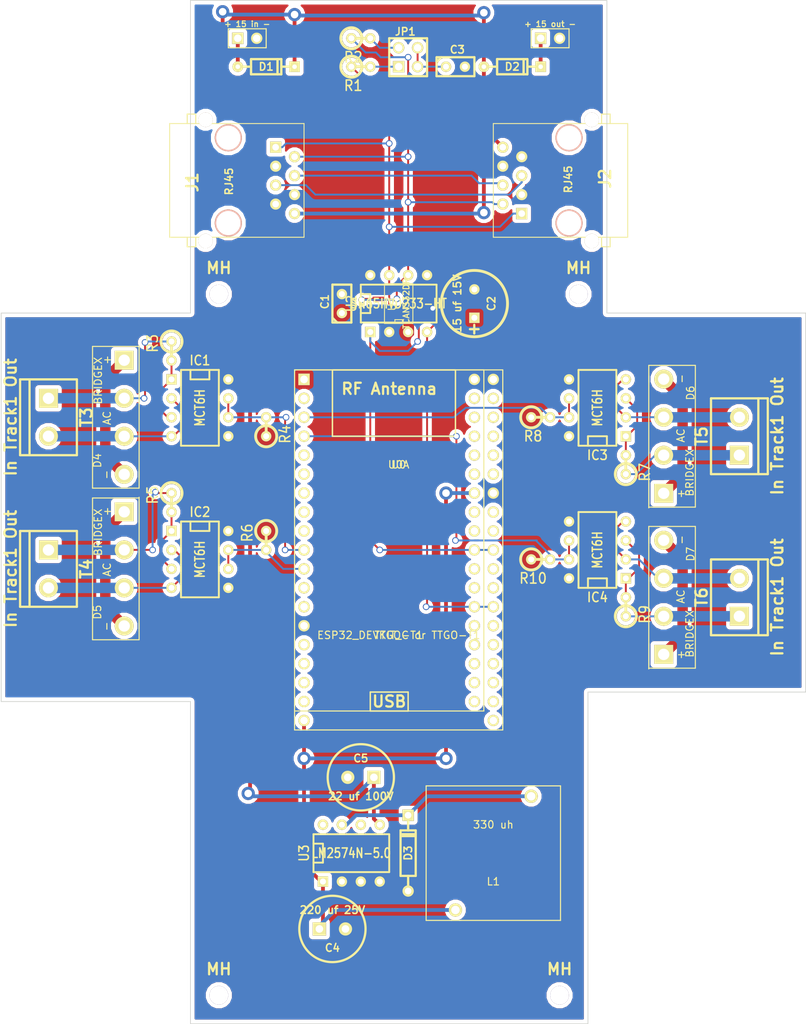
<source format=kicad_pcb>
(kicad_pcb (version 3) (host pcbnew "(22-Jun-2014 BZR 4027)-stable")
  (layers (15 F.Cu signal) (0 B.Cu signal) (18 B.Paste user) (19 F.Paste user) (20 B.SilkS user) (21 F.SilkS user) (22 B.Mask user) (23 F.Mask user) (28 Edge.Cuts user))
  (net 0 "")
  (net 1 +12V)
  (net 2 +5V)
  (net 3 "/CAN Transceiver/CANH")
  (net 4 "/CAN Transceiver/CANL")
  (net 5 "/CAN Transceiver/CAN_RX")
  (net 6 "/CAN Transceiver/CAN_TX")
  (net 7 "/Occupancy Detector 1/OD1")
  (net 8 "/Occupancy Detector 2/OD2")
  (net 9 "/Occupancy Detector 3/OD3")
  (net 10 "/Occupancy Detector 4/OD4")
  (net 11 3V3)
  (net 12 GND)
  (net 13 N-0000038)
  (net 14 N-0000039)
  (net 15 N-0000040)
  (net 16 N-0000041)
  (net 17 N-0000042)
  (net 18 N-0000043)
  (net 19 N-0000045)
  (net 20 N-0000046)
  (net 21 N-0000051)
  (net 22 N-0000052)
  (net 23 N-0000053)
  (net 24 N-0000056)
  (net 25 N-0000057)
  (net 26 N-0000058)
  (net 27 N-0000059)
  (net 28 N-0000060)
  (net 29 N-0000061)
  (net 30 N-0000062)
  (net 31 N-0000063)
  (net 32 N-0000064)
  (net 33 N-0000065)
  (net 34 N-0000066)
  (net 35 N-0000067)
  (net 36 N-0000068)
  (module ESP32-Devkit-C (layer F.Cu) (at 137.16 90.17)
    (fp_text reference U0 (at 0 -11.43) (layer F.SilkS))
    (fp_text value "ESP32_DEVKIT_C or TTGO-T1" (at 0 11.43) (layer F.SilkS))
    (pad 1 thru_hole rect (at -12.7 -22.86) (size 1.524 1.524) (drill 1.016) (layers *.Cu *.Mask F.SilkS) (net 11 3V3))
    (pad 2 thru_hole circle (at -12.7 -20.32) (size 1.524 1.524) (drill 1.016) (layers *.Cu *.Mask F.SilkS))
    (pad 3 thru_hole circle (at -12.7 -17.78) (size 1.524 1.524) (drill 1.016) (layers *.Cu *.Mask F.SilkS) (net 9 "/Occupancy Detector 3/OD3"))
    (pad 4 thru_hole circle (at -12.7 -15.24) (size 1.524 1.524) (drill 1.016) (layers *.Cu *.Mask F.SilkS) (net 10 "/Occupancy Detector 4/OD4"))
    (pad 5 thru_hole circle (at -12.7 -12.7) (size 1.524 1.524) (drill 1.016) (layers *.Cu *.Mask F.SilkS))
    (pad 6 thru_hole circle (at -12.7 -10.16) (size 1.524 1.524) (drill 1.016) (layers *.Cu *.Mask F.SilkS))
    (pad 7 thru_hole circle (at -12.7 -7.62) (size 1.524 1.524) (drill 1.016) (layers *.Cu *.Mask F.SilkS))
    (pad 8 thru_hole circle (at -12.7 -5.08) (size 1.524 1.524) (drill 1.016) (layers *.Cu *.Mask F.SilkS))
    (pad 9 thru_hole circle (at -12.7 -2.54) (size 1.524 1.524) (drill 1.016) (layers *.Cu *.Mask F.SilkS))
    (pad 10 thru_hole circle (at -12.7 0) (size 1.524 1.524) (drill 1.016) (layers *.Cu *.Mask F.SilkS) (net 7 "/Occupancy Detector 1/OD1"))
    (pad 11 thru_hole circle (at -12.7 2.54) (size 1.524 1.524) (drill 1.016) (layers *.Cu *.Mask F.SilkS) (net 8 "/Occupancy Detector 2/OD2"))
    (pad 12 thru_hole circle (at -12.7 5.08) (size 1.524 1.524) (drill 1.016) (layers *.Cu *.Mask F.SilkS))
    (pad 13 thru_hole circle (at -12.7 7.62) (size 1.524 1.524) (drill 1.016) (layers *.Cu *.Mask F.SilkS))
    (pad 14 thru_hole circle (at -12.7 10.16) (size 1.524 1.524) (drill 1.016) (layers *.Cu *.Mask F.SilkS) (net 12 GND))
    (pad 15 thru_hole circle (at -12.7 12.7) (size 1.524 1.524) (drill 1.016) (layers *.Cu *.Mask F.SilkS))
    (pad 16 thru_hole circle (at -12.7 15.24) (size 1.524 1.524) (drill 1.016) (layers *.Cu *.Mask F.SilkS))
    (pad 17 thru_hole circle (at -12.7 17.78) (size 1.524 1.524) (drill 1.016) (layers *.Cu *.Mask F.SilkS))
    (pad 18 thru_hole circle (at -12.7 20.32) (size 1.524 1.524) (drill 1.016) (layers *.Cu *.Mask F.SilkS))
    (pad 19 thru_hole circle (at -12.7 22.86) (size 1.524 1.524) (drill 1.016) (layers *.Cu *.Mask F.SilkS) (net 2 +5V))
    (pad 20 thru_hole circle (at 12.7 22.86) (size 1.524 1.524) (drill 1.016) (layers *.Cu *.Mask F.SilkS))
    (pad 21 thru_hole circle (at 12.7 20.32) (size 1.524 1.524) (drill 1.016) (layers *.Cu *.Mask F.SilkS))
    (pad 22 thru_hole circle (at 12.7 17.78) (size 1.524 1.524) (drill 1.016) (layers *.Cu *.Mask F.SilkS))
    (pad 23 thru_hole circle (at 12.7 15.24) (size 1.524 1.524) (drill 1.016) (layers *.Cu *.Mask F.SilkS))
    (pad 24 thru_hole circle (at 12.7 12.7) (size 1.524 1.524) (drill 1.016) (layers *.Cu *.Mask F.SilkS))
    (pad 25 thru_hole circle (at 12.7 10.16) (size 1.524 1.524) (drill 1.016) (layers *.Cu *.Mask F.SilkS))
    (pad 26 thru_hole circle (at 12.7 7.62) (size 1.524 1.524) (drill 1.016) (layers *.Cu *.Mask F.SilkS) (net 5 "/CAN Transceiver/CAN_RX"))
    (pad 27 thru_hole circle (at 12.7 5.08) (size 1.524 1.524) (drill 1.016) (layers *.Cu *.Mask F.SilkS))
    (pad 28 thru_hole circle (at 12.7 2.54) (size 1.524 1.524) (drill 1.016) (layers *.Cu *.Mask F.SilkS))
    (pad 29 thru_hole circle (at 12.7 0) (size 1.524 1.524) (drill 1.016) (layers *.Cu *.Mask F.SilkS) (net 6 "/CAN Transceiver/CAN_TX"))
    (pad 30 thru_hole circle (at 12.7 -2.54) (size 1.524 1.524) (drill 1.016) (layers *.Cu *.Mask F.SilkS))
    (pad 31 thru_hole circle (at 12.7 -5.08) (size 1.524 1.524) (drill 1.016) (layers *.Cu *.Mask F.SilkS))
    (pad 32 thru_hole circle (at 12.7 -7.62) (size 1.524 1.524) (drill 1.016) (layers *.Cu *.Mask F.SilkS) (net 12 GND))
    (pad 33 thru_hole circle (at 12.7 -10.16) (size 1.524 1.524) (drill 1.016) (layers *.Cu *.Mask F.SilkS))
    (pad 34 thru_hole circle (at 12.7 -12.7) (size 1.524 1.524) (drill 1.016) (layers *.Cu *.Mask F.SilkS))
    (pad 35 thru_hole circle (at 12.7 -15.24) (size 1.524 1.524) (drill 1.016) (layers *.Cu *.Mask F.SilkS))
    (pad 36 thru_hole circle (at 12.7 -17.78) (size 1.524 1.524) (drill 1.016) (layers *.Cu *.Mask F.SilkS))
    (pad 37 thru_hole circle (at 12.7 -20.32) (size 1.524 1.524) (drill 1.016) (layers *.Cu *.Mask F.SilkS))
    (pad 38 thru_hole circle (at 12.7 -22.86) (size 1.524 1.524) (drill 1.016) (layers *.Cu *.Mask F.SilkS) (net 12 GND))
  )
  (module SOIC-8_N (layer F.Cu) (at 137.16 57.15 90)
    (fp_text reference U1 (at 0 -0.889 90) (layer F.SilkS))
    (fp_text value TCAN332DR (at 0 1.016 90) (layer F.SilkS) (effects (font (size 0.8 0.8))))
    (pad 8 smd rect (at -1.875 -2.7 90) (size 0.6 1.6) (layers F.Cu F.Paste F.Mask))
    (pad 1 smd rect (at -1.875 2.7 90) (size 0.6 1.6) (layers F.Cu F.Paste F.Mask) (net 6 "/CAN Transceiver/CAN_TX"))
    (pad 7 smd rect (at -0.625 -2.7 90) (size 0.6 1.6) (layers F.Cu F.Paste F.Mask) (net 3 "/CAN Transceiver/CANH"))
    (pad 6 smd rect (at 0.625 -2.7 90) (size 0.6 1.6) (layers F.Cu F.Paste F.Mask) (net 4 "/CAN Transceiver/CANL"))
    (pad 5 smd rect (at 1.875 -2.7 90) (size 0.6 1.6) (layers F.Cu F.Paste F.Mask))
    (pad 2 smd rect (at -0.625 2.7 90) (size 0.6 1.6) (layers F.Cu F.Paste F.Mask) (net 12 GND))
    (pad 3 smd rect (at 0.625 2.7 90) (size 0.6 1.6) (layers F.Cu F.Paste F.Mask) (net 11 3V3))
    (pad 4 smd rect (at 1.875 2.7 90) (size 0.6 1.6) (layers F.Cu F.Paste F.Mask) (net 5 "/CAN Transceiver/CAN_RX"))
  )
  (module ScrewTerm2.54-2 (layer F.Cu) (at 116.84 21.59)
    (fp_text reference T1 hide)
    (fp_text value "+ 15 in -" (at 0 -1.905) (layer F.SilkS) (effects (font (size 0.762 0.762) (thickness 0.1524))))
    (pad 1 thru_hole rect (at -1.27 0 90) (size 1.524 1.524) (drill 1.016) (layers *.Cu *.Mask F.SilkS) (net 20 N-0000046))
    (pad 2 thru_hole circle (at 1.27 0 90) (size 1.524 1.524) (drill 1.016) (layers *.Cu *.Mask F.SilkS) (net 12 GND))
  )
  (module ScrewTerm2.54-2 (layer F.Cu) (at 157.48 21.59)
    (fp_text reference T2 hide)
    (fp_text value "+ 15 out -" (at 0 -1.905) (layer F.SilkS) (effects (font (size 0.762 0.762) (thickness 0.1524))))
    (pad 1 thru_hole rect (at -1.27 0 90) (size 1.524 1.524) (drill 1.016) (layers *.Cu *.Mask F.SilkS) (net 18 N-0000043))
    (pad 2 thru_hole circle (at 1.27 0 90) (size 1.524 1.524) (drill 1.016) (layers *.Cu *.Mask F.SilkS) (net 12 GND))
  )
  (module RJ45_8N-S (layer F.Cu) (at 114.3 40.64 270)
    (fp_text reference J1 (at 0.254 4.826 270) (layer F.SilkS) (effects (font (size 1.524 1.524) (thickness 0.3048))))
    (fp_text value RJ45 (at 0.14224 -0.1016 270) (layer F.SilkS) (effects (font (size 1.00076 1.00076) (thickness 0.2032))))
    (pad "" np_thru_hole circle (at 5.715 0 270) (size 3.64998 3.64998) (drill 3.2512) (layers *.Cu *.SilkS *.Mask))
    (pad "" np_thru_hole circle (at -5.715 0 270) (size 3.64998 3.64998) (drill 3.2512) (layers *.Cu *.SilkS *.Mask))
    (pad 1 thru_hole rect (at -4.445 -6.35 270) (size 1.50114 1.50114) (drill 0.89916) (layers *.Cu *.Mask F.SilkS) (net 3 "/CAN Transceiver/CANH"))
    (pad 2 thru_hole circle (at -3.175 -8.89 270) (size 1.50114 1.50114) (drill 0.89916) (layers *.Cu *.Mask F.SilkS) (net 4 "/CAN Transceiver/CANL"))
    (pad 3 thru_hole circle (at -1.905 -6.35 270) (size 1.50114 1.50114) (drill 0.89916) (layers *.Cu *.Mask F.SilkS) (net 12 GND))
    (pad 4 thru_hole circle (at -0.635 -8.89 270) (size 1.50114 1.50114) (drill 0.89916) (layers *.Cu *.Mask F.SilkS) (net 19 N-0000045))
    (pad 5 thru_hole circle (at 0.635 -6.35 270) (size 1.50114 1.50114) (drill 0.89916) (layers *.Cu *.Mask F.SilkS) (net 17 N-0000042))
    (pad 6 thru_hole circle (at 1.905 -8.89 270) (size 1.50114 1.50114) (drill 0.89916) (layers *.Cu *.Mask F.SilkS) (net 12 GND))
    (pad 7 thru_hole circle (at 3.175 -6.35 270) (size 1.50114 1.50114) (drill 0.89916) (layers *.Cu *.Mask F.SilkS) (net 12 GND))
    (pad 8 thru_hole circle (at 4.445 -8.89 270) (size 1.50114 1.50114) (drill 0.89916) (layers *.Cu *.Mask F.SilkS) (net 1 +12V))
    (pad "" thru_hole circle (at -8.128 3.048 270) (size 1.9304 1.9304) (drill 1.9304) (layers *.Cu *.Mask F.SilkS))
    (pad "" thru_hole circle (at 8.128 3.048 270) (size 1.9304 1.9304) (drill 1.9304) (layers *.Cu *.Mask F.SilkS))
  )
  (module RJ45_8N-S (layer F.Cu) (at 160.02 40.64 90)
    (fp_text reference J2 (at 0.254 4.826 90) (layer F.SilkS) (effects (font (size 1.524 1.524) (thickness 0.3048))))
    (fp_text value RJ45 (at 0.14224 -0.1016 90) (layer F.SilkS) (effects (font (size 1.00076 1.00076) (thickness 0.2032))))
    (pad "" np_thru_hole circle (at 5.715 0 90) (size 3.64998 3.64998) (drill 3.2512) (layers *.Cu *.SilkS *.Mask))
    (pad "" np_thru_hole circle (at -5.715 0 90) (size 3.64998 3.64998) (drill 3.2512) (layers *.Cu *.SilkS *.Mask))
    (pad 1 thru_hole rect (at -4.445 -6.35 90) (size 1.50114 1.50114) (drill 0.89916) (layers *.Cu *.Mask F.SilkS) (net 3 "/CAN Transceiver/CANH"))
    (pad 2 thru_hole circle (at -3.175 -8.89 90) (size 1.50114 1.50114) (drill 0.89916) (layers *.Cu *.Mask F.SilkS) (net 4 "/CAN Transceiver/CANL"))
    (pad 3 thru_hole circle (at -1.905 -6.35 90) (size 1.50114 1.50114) (drill 0.89916) (layers *.Cu *.Mask F.SilkS) (net 12 GND))
    (pad 4 thru_hole circle (at -0.635 -8.89 90) (size 1.50114 1.50114) (drill 0.89916) (layers *.Cu *.Mask F.SilkS) (net 19 N-0000045))
    (pad 5 thru_hole circle (at 0.635 -6.35 90) (size 1.50114 1.50114) (drill 0.89916) (layers *.Cu *.Mask F.SilkS) (net 17 N-0000042))
    (pad 6 thru_hole circle (at 1.905 -8.89 90) (size 1.50114 1.50114) (drill 0.89916) (layers *.Cu *.Mask F.SilkS) (net 12 GND))
    (pad 7 thru_hole circle (at 3.175 -6.35 90) (size 1.50114 1.50114) (drill 0.89916) (layers *.Cu *.Mask F.SilkS) (net 12 GND))
    (pad 8 thru_hole circle (at 4.445 -8.89 90) (size 1.50114 1.50114) (drill 0.89916) (layers *.Cu *.Mask F.SilkS) (net 1 +12V))
    (pad "" thru_hole circle (at -8.128 3.048 90) (size 1.9304 1.9304) (drill 1.9304) (layers *.Cu *.Mask F.SilkS))
    (pad "" thru_hole circle (at 8.128 3.048 90) (size 1.9304 1.9304) (drill 1.9304) (layers *.Cu *.Mask F.SilkS))
  )
  (module R1 (layer F.Cu) (at 132.08 21.59)
    (fp_text reference R2 (at -1.016 2.54) (layer F.SilkS) (effects (font (size 1.397 1.27) (thickness 0.2032))))
    (fp_text value "60 Ohms" hide)
    (pad 1 thru_hole circle (at -1.27 0) (size 1.397 1.397) (drill 0.8128) (layers *.Cu *.Mask F.SilkS) (net 4 "/CAN Transceiver/CANL"))
    (pad 2 thru_hole circle (at 1.27 0) (size 1.397 1.397) (drill 0.8128) (layers *.Cu *.Mask F.SilkS) (net 23 N-0000053))
  )
  (module R1 (layer F.Cu) (at 132.08 25.4)
    (fp_text reference R1 (at -1.016 2.54) (layer F.SilkS) (effects (font (size 1.397 1.27) (thickness 0.2032))))
    (fp_text value "60 Ohms" hide)
    (pad 1 thru_hole circle (at -1.27 0) (size 1.397 1.397) (drill 0.8128) (layers *.Cu *.Mask F.SilkS) (net 3 "/CAN Transceiver/CANH"))
    (pad 2 thru_hole circle (at 1.27 0) (size 1.397 1.397) (drill 0.8128) (layers *.Cu *.Mask F.SilkS) (net 21 N-0000051))
  )
  (module PIN_ARRAY_2X2 (layer F.Cu) (at 138.43 24.13)
    (fp_text reference JP1 (at -0.381 -3.429) (layer F.SilkS) (effects (font (size 1.016 1.016) (thickness 0.2032))))
    (fp_text value Termination hide)
    (pad 1 thru_hole rect (at -1.27 1.27) (size 1.524 1.524) (drill 1.016) (layers *.Cu *.Mask F.SilkS) (net 21 N-0000051))
    (pad 2 thru_hole circle (at -1.27 -1.27) (size 1.524 1.524) (drill 1.016) (layers *.Cu *.Mask F.SilkS) (net 23 N-0000053))
    (pad 3 thru_hole circle (at 1.27 1.27) (size 1.524 1.524) (drill 1.016) (layers *.Cu *.Mask F.SilkS) (net 22 N-0000052))
    (pad 4 thru_hole circle (at 1.27 -1.27) (size 1.524 1.524) (drill 1.016) (layers *.Cu *.Mask F.SilkS) (net 22 N-0000052))
  )
  (module PE-LowProfile (layer F.Cu) (at 149.86 130.81 180)
    (fp_text reference L1 (at 0 -3.81 180) (layer F.SilkS))
    (fp_text value "330 uh" (at 0 3.81 180) (layer F.SilkS))
    (pad 1 thru_hole circle (at 5.08 -7.62 180) (size 1.78 1.78) (drill 1.14) (layers *.Cu *.Mask F.SilkS) (net 2 +5V))
    (pad 2 thru_hole circle (at -5.08 7.62 180) (size 1.78 1.78) (drill 1.14) (layers *.Cu *.Mask F.SilkS) (net 24 N-0000056))
  )
  (module DO-41 (layer F.Cu) (at 138.43 130.81 90)
    (fp_text reference D3 (at 0 0 90) (layer F.SilkS) (effects (font (size 1.016 1.016) (thickness 0.2032))))
    (fp_text value SB160-E3/54 hide)
    (pad 2 thru_hole rect (at 5.08 0 90) (size 1.524 1.524) (drill 0.889) (layers *.Cu *.Mask F.SilkS) (net 24 N-0000056))
    (pad 1 thru_hole circle (at -5.08 0 90) (size 1.524 1.524) (drill 0.889) (layers *.Cu *.Mask F.SilkS) (net 12 GND))
  )
  (module DO-35 (layer F.Cu) (at 152.4 25.4)
    (fp_text reference D2 (at 0 0) (layer F.SilkS) (effects (font (size 1.016 1.016) (thickness 0.2032))))
    (fp_text value SB240E hide)
    (pad 2 thru_hole rect (at 3.81 0) (size 1.4224 1.4224) (drill 0.6096) (layers *.Cu *.Mask F.SilkS) (net 18 N-0000043))
    (pad 1 thru_hole circle (at -3.81 0) (size 1.4224 1.4224) (drill 0.6096) (layers *.Cu *.Mask F.SilkS) (net 1 +12V))
  )
  (module DO-35 (layer F.Cu) (at 119.38 25.4)
    (fp_text reference D1 (at 0 0) (layer F.SilkS) (effects (font (size 1.016 1.016) (thickness 0.2032))))
    (fp_text value SB240E hide)
    (pad 2 thru_hole rect (at 3.81 0) (size 1.4224 1.4224) (drill 0.6096) (layers *.Cu *.Mask F.SilkS) (net 1 +12V))
    (pad 1 thru_hole circle (at -3.81 0) (size 1.4224 1.4224) (drill 0.6096) (layers *.Cu *.Mask F.SilkS) (net 20 N-0000046))
  )
  (module DIP-8__300 (layer F.Cu) (at 137.16 57.15)
    (fp_text reference U2 (at -6.35 0 90) (layer F.SilkS) (effects (font (size 1.27 1.143) (thickness 0.2032))))
    (fp_text value SN65HVD233-HT (at 0 0) (layer F.SilkS) (effects (font (size 1.27 1.016) (thickness 0.2032))))
    (pad 1 thru_hole rect (at -3.81 3.81) (size 1.397 1.397) (drill 0.8128) (layers *.Cu *.Mask F.SilkS) (net 6 "/CAN Transceiver/CAN_TX"))
    (pad 2 thru_hole circle (at -1.27 3.81) (size 1.397 1.397) (drill 0.8128) (layers *.Cu *.Mask F.SilkS) (net 12 GND))
    (pad 3 thru_hole circle (at 1.27 3.81) (size 1.397 1.397) (drill 0.8128) (layers *.Cu *.Mask F.SilkS) (net 11 3V3))
    (pad 4 thru_hole circle (at 3.81 3.81) (size 1.397 1.397) (drill 0.8128) (layers *.Cu *.Mask F.SilkS) (net 5 "/CAN Transceiver/CAN_RX"))
    (pad 5 thru_hole circle (at 3.81 -3.81) (size 1.397 1.397) (drill 0.8128) (layers *.Cu *.Mask F.SilkS) (net 12 GND))
    (pad 6 thru_hole circle (at 1.27 -3.81) (size 1.397 1.397) (drill 0.8128) (layers *.Cu *.Mask F.SilkS) (net 4 "/CAN Transceiver/CANL"))
    (pad 7 thru_hole circle (at -1.27 -3.81) (size 1.397 1.397) (drill 0.8128) (layers *.Cu *.Mask F.SilkS) (net 3 "/CAN Transceiver/CANH"))
    (pad 8 thru_hole circle (at -3.81 -3.81) (size 1.397 1.397) (drill 0.8128) (layers *.Cu *.Mask F.SilkS) (net 12 GND))
  )
  (module DIP-8__300 (layer F.Cu) (at 130.81 130.81)
    (fp_text reference U3 (at -6.35 0 90) (layer F.SilkS) (effects (font (size 1.27 1.143) (thickness 0.2032))))
    (fp_text value LM2574N-5.0 (at 0 0) (layer F.SilkS) (effects (font (size 1.27 1.016) (thickness 0.2032))))
    (pad 1 thru_hole rect (at -3.81 3.81) (size 1.397 1.397) (drill 0.8128) (layers *.Cu *.Mask F.SilkS) (net 2 +5V))
    (pad 2 thru_hole circle (at -1.27 3.81) (size 1.397 1.397) (drill 0.8128) (layers *.Cu *.Mask F.SilkS) (net 12 GND))
    (pad 3 thru_hole circle (at 1.27 3.81) (size 1.397 1.397) (drill 0.8128) (layers *.Cu *.Mask F.SilkS) (net 12 GND))
    (pad 4 thru_hole circle (at 3.81 3.81) (size 1.397 1.397) (drill 0.8128) (layers *.Cu *.Mask F.SilkS) (net 12 GND))
    (pad 5 thru_hole circle (at 3.81 -3.81) (size 1.397 1.397) (drill 0.8128) (layers *.Cu *.Mask F.SilkS) (net 1 +12V))
    (pad 6 thru_hole circle (at 1.27 -3.81) (size 1.397 1.397) (drill 0.8128) (layers *.Cu *.Mask F.SilkS))
    (pad 7 thru_hole circle (at -1.27 -3.81) (size 1.397 1.397) (drill 0.8128) (layers *.Cu *.Mask F.SilkS) (net 24 N-0000056))
    (pad 8 thru_hole circle (at -3.81 -3.81) (size 1.397 1.397) (drill 0.8128) (layers *.Cu *.Mask F.SilkS))
  )
  (module C1.5V8V (layer F.Cu) (at 147.32 57.15 90)
    (fp_text reference C2 (at 0 2.286 90) (layer F.SilkS) (effects (font (size 1.016 1.016) (thickness 0.2032))))
    (fp_text value "15 uf 15V" (at 0 -2.286 90) (layer F.SilkS) (effects (font (size 1.016 1.016) (thickness 0.2032))))
    (fp_text user + (at -3.429 -0.127 90) (layer F.SilkS) (effects (font (size 1.524 1.524) (thickness 0.3048))))
    (pad 1 thru_hole rect (at -1.905 0 90) (size 1.397 1.397) (drill 0.8128) (layers *.Cu *.Mask F.SilkS) (net 11 3V3))
    (pad 2 thru_hole circle (at 1.905 0 90) (size 1.397 1.397) (drill 0.8128) (layers *.Cu *.Mask F.SilkS) (net 12 GND))
  )
  (module C1-3V8 (layer F.Cu) (at 132.08 120.65 180)
    (fp_text reference C5 (at 0 2.54 180) (layer F.SilkS) (effects (font (size 1.016 1.016) (thickness 0.2032))))
    (fp_text value "22 uf 100V" (at 0 -2.54 180) (layer F.SilkS) (effects (font (size 1.016 1.016) (thickness 0.2032))))
    (pad 1 thru_hole rect (at -1.75 0 180) (size 1.778 1.778) (drill 1.016) (layers *.Cu *.Mask F.SilkS) (net 1 +12V))
    (pad 2 thru_hole circle (at 1.75 0 180) (size 1.778 1.778) (drill 1.016) (layers *.Cu *.Mask F.SilkS) (net 12 GND))
  )
  (module C1-3V8 (layer F.Cu) (at 128.27 140.97)
    (fp_text reference C4 (at 0 2.54) (layer F.SilkS) (effects (font (size 1.016 1.016) (thickness 0.2032))))
    (fp_text value "220 uf 25V" (at 0 -2.54) (layer F.SilkS) (effects (font (size 1.016 1.016) (thickness 0.2032))))
    (pad 1 thru_hole rect (at -1.75 0) (size 1.778 1.778) (drill 1.016) (layers *.Cu *.Mask F.SilkS) (net 2 +5V))
    (pad 2 thru_hole circle (at 1.75 0) (size 1.778 1.778) (drill 1.016) (layers *.Cu *.Mask F.SilkS) (net 12 GND))
  )
  (module C1 (layer F.Cu) (at 144.78 25.4)
    (fp_text reference C3 (at 0.254 -2.286) (layer F.SilkS) (effects (font (size 1.016 1.016) (thickness 0.2032))))
    (fp_text value "47 nf" hide)
    (pad 1 thru_hole circle (at -1.27 0) (size 1.397 1.397) (drill 0.8128) (layers *.Cu *.Mask F.SilkS) (net 22 N-0000052))
    (pad 2 thru_hole circle (at 1.27 0) (size 1.397 1.397) (drill 0.8128) (layers *.Cu *.Mask F.SilkS) (net 12 GND))
  )
  (module C1 (layer F.Cu) (at 129.54 57.15 90)
    (fp_text reference C1 (at 0.254 -2.286 90) (layer F.SilkS) (effects (font (size 1.016 1.016) (thickness 0.2032))))
    (fp_text value ".1 uf" hide)
    (pad 1 thru_hole circle (at -1.27 0 90) (size 1.397 1.397) (drill 0.8128) (layers *.Cu *.Mask F.SilkS) (net 11 3V3))
    (pad 2 thru_hole circle (at 1.27 0 90) (size 1.397 1.397) (drill 0.8128) (layers *.Cu *.Mask F.SilkS) (net 12 GND))
  )
  (module R1 (layer F.Cu) (at 106.68 63.5 270)
    (fp_text reference R3 (at -1.016 2.54 270) (layer F.SilkS) (effects (font (size 1.397 1.27) (thickness 0.2032))))
    (fp_text value "10 Ohms" hide)
    (pad 1 thru_hole circle (at -1.27 0 270) (size 1.397 1.397) (drill 0.8128) (layers *.Cu *.Mask F.SilkS) (net 13 N-0000038))
    (pad 2 thru_hole circle (at 1.27 0 270) (size 1.397 1.397) (drill 0.8128) (layers *.Cu *.Mask F.SilkS) (net 16 N-0000041))
  )
  (module R1 (layer F.Cu) (at 156.21 91.44)
    (fp_text reference R10 (at -1.016 2.54) (layer F.SilkS) (effects (font (size 1.397 1.27) (thickness 0.2032))))
    (fp_text value "10K Ohms" hide)
    (pad 1 thru_hole circle (at -1.27 0) (size 1.397 1.397) (drill 0.8128) (layers *.Cu *.Mask F.SilkS) (net 11 3V3))
    (pad 2 thru_hole circle (at 1.27 0) (size 1.397 1.397) (drill 0.8128) (layers *.Cu *.Mask F.SilkS) (net 10 "/Occupancy Detector 4/OD4"))
  )
  (module R1 (layer F.Cu) (at 119.38 73.66 90)
    (fp_text reference R4 (at -1.016 2.54 90) (layer F.SilkS) (effects (font (size 1.397 1.27) (thickness 0.2032))))
    (fp_text value "10K Ohms" hide)
    (pad 1 thru_hole circle (at -1.27 0 90) (size 1.397 1.397) (drill 0.8128) (layers *.Cu *.Mask F.SilkS) (net 11 3V3))
    (pad 2 thru_hole circle (at 1.27 0 90) (size 1.397 1.397) (drill 0.8128) (layers *.Cu *.Mask F.SilkS) (net 7 "/Occupancy Detector 1/OD1"))
  )
  (module R1 (layer F.Cu) (at 167.64 97.79 90)
    (fp_text reference R9 (at -1.016 2.54 90) (layer F.SilkS) (effects (font (size 1.397 1.27) (thickness 0.2032))))
    (fp_text value "10 Ohms" hide)
    (pad 1 thru_hole circle (at -1.27 0 90) (size 1.397 1.397) (drill 0.8128) (layers *.Cu *.Mask F.SilkS) (net 25 N-0000057))
    (pad 2 thru_hole circle (at 1.27 0 90) (size 1.397 1.397) (drill 0.8128) (layers *.Cu *.Mask F.SilkS) (net 27 N-0000059))
  )
  (module R1 (layer F.Cu) (at 106.68 83.82 270)
    (fp_text reference R5 (at -1.016 2.54 270) (layer F.SilkS) (effects (font (size 1.397 1.27) (thickness 0.2032))))
    (fp_text value "10 Ohms" hide)
    (pad 1 thru_hole circle (at -1.27 0 270) (size 1.397 1.397) (drill 0.8128) (layers *.Cu *.Mask F.SilkS) (net 33 N-0000065))
    (pad 2 thru_hole circle (at 1.27 0 270) (size 1.397 1.397) (drill 0.8128) (layers *.Cu *.Mask F.SilkS) (net 35 N-0000067))
  )
  (module R1 (layer F.Cu) (at 156.21 72.39)
    (fp_text reference R8 (at -1.016 2.54) (layer F.SilkS) (effects (font (size 1.397 1.27) (thickness 0.2032))))
    (fp_text value "10K Ohms" hide)
    (pad 1 thru_hole circle (at -1.27 0) (size 1.397 1.397) (drill 0.8128) (layers *.Cu *.Mask F.SilkS) (net 11 3V3))
    (pad 2 thru_hole circle (at 1.27 0) (size 1.397 1.397) (drill 0.8128) (layers *.Cu *.Mask F.SilkS) (net 9 "/Occupancy Detector 3/OD3"))
  )
  (module R1 (layer F.Cu) (at 119.38 88.9 270)
    (fp_text reference R6 (at -1.016 2.54 270) (layer F.SilkS) (effects (font (size 1.397 1.27) (thickness 0.2032))))
    (fp_text value "10K Ohms" hide)
    (pad 1 thru_hole circle (at -1.27 0 270) (size 1.397 1.397) (drill 0.8128) (layers *.Cu *.Mask F.SilkS) (net 11 3V3))
    (pad 2 thru_hole circle (at 1.27 0 270) (size 1.397 1.397) (drill 0.8128) (layers *.Cu *.Mask F.SilkS) (net 8 "/Occupancy Detector 2/OD2"))
  )
  (module R1 (layer F.Cu) (at 167.64 78.74 90)
    (fp_text reference R7 (at -1.016 2.54 90) (layer F.SilkS) (effects (font (size 1.397 1.27) (thickness 0.2032))))
    (fp_text value "10 Ohms" hide)
    (pad 1 thru_hole circle (at -1.27 0 90) (size 1.397 1.397) (drill 0.8128) (layers *.Cu *.Mask F.SilkS) (net 31 N-0000063))
    (pad 2 thru_hole circle (at 1.27 0 90) (size 1.397 1.397) (drill 0.8128) (layers *.Cu *.Mask F.SilkS) (net 30 N-0000062))
  )
  (module KBL (layer F.Cu) (at 172.72 96.52 90)
    (fp_text reference D7 (at 5.8 3.6 90) (layer F.SilkS))
    (fp_text value BRIDGEX (at -4.9 3.5 90) (layer F.SilkS))
    (fp_text user AC (at 0.1 2.3 90) (layer F.SilkS))
    (fp_text user - (at 7.7 2.4 90) (layer F.SilkS))
    (fp_text user + (at -7.7 2.3 90) (layer F.SilkS))
    (pad 1 thru_hole rect (at -7.65 0 90) (size 2.54 2.54) (drill 1.524) (layers *.Cu *.Mask F.SilkS) (net 26 N-0000058))
    (pad 2 thru_hole circle (at -2.55 0 90) (size 2.54 2.54) (drill 1.524) (layers *.Cu *.Mask F.SilkS) (net 25 N-0000057))
    (pad 3 thru_hole circle (at 2.55 0 90) (size 2.54 2.54) (drill 1.524) (layers *.Cu *.Mask F.SilkS) (net 28 N-0000060))
    (pad 4 thru_hole circle (at 7.65 0 90) (size 2.54 2.54) (drill 1.524) (layers *.Cu *.Mask F.SilkS) (net 26 N-0000058))
  )
  (module KBL (layer F.Cu) (at 172.72 74.93 90)
    (fp_text reference D6 (at 5.8 3.6 90) (layer F.SilkS))
    (fp_text value BRIDGEX (at -4.9 3.5 90) (layer F.SilkS))
    (fp_text user AC (at 0.1 2.3 90) (layer F.SilkS))
    (fp_text user - (at 7.7 2.4 90) (layer F.SilkS))
    (fp_text user + (at -7.7 2.3 90) (layer F.SilkS))
    (pad 1 thru_hole rect (at -7.65 0 90) (size 2.54 2.54) (drill 1.524) (layers *.Cu *.Mask F.SilkS) (net 32 N-0000064))
    (pad 2 thru_hole circle (at -2.55 0 90) (size 2.54 2.54) (drill 1.524) (layers *.Cu *.Mask F.SilkS) (net 31 N-0000063))
    (pad 3 thru_hole circle (at 2.55 0 90) (size 2.54 2.54) (drill 1.524) (layers *.Cu *.Mask F.SilkS) (net 29 N-0000061))
    (pad 4 thru_hole circle (at 7.65 0 90) (size 2.54 2.54) (drill 1.524) (layers *.Cu *.Mask F.SilkS) (net 32 N-0000064))
  )
  (module KBL (layer F.Cu) (at 100.33 92.71 270)
    (fp_text reference D5 (at 5.8 3.6 270) (layer F.SilkS))
    (fp_text value BRIDGEX (at -4.9 3.5 270) (layer F.SilkS))
    (fp_text user AC (at 0.1 2.3 270) (layer F.SilkS))
    (fp_text user - (at 7.7 2.4 270) (layer F.SilkS))
    (fp_text user + (at -7.7 2.3 270) (layer F.SilkS))
    (pad 1 thru_hole rect (at -7.65 0 270) (size 2.54 2.54) (drill 1.524) (layers *.Cu *.Mask F.SilkS) (net 34 N-0000066))
    (pad 2 thru_hole circle (at -2.55 0 270) (size 2.54 2.54) (drill 1.524) (layers *.Cu *.Mask F.SilkS) (net 33 N-0000065))
    (pad 3 thru_hole circle (at 2.55 0 270) (size 2.54 2.54) (drill 1.524) (layers *.Cu *.Mask F.SilkS) (net 36 N-0000068))
    (pad 4 thru_hole circle (at 7.65 0 270) (size 2.54 2.54) (drill 1.524) (layers *.Cu *.Mask F.SilkS) (net 34 N-0000066))
  )
  (module KBL (layer F.Cu) (at 100.33 72.39 270)
    (fp_text reference D4 (at 5.8 3.6 270) (layer F.SilkS))
    (fp_text value BRIDGEX (at -4.9 3.5 270) (layer F.SilkS))
    (fp_text user AC (at 0.1 2.3 270) (layer F.SilkS))
    (fp_text user - (at 7.7 2.4 270) (layer F.SilkS))
    (fp_text user + (at -7.7 2.3 270) (layer F.SilkS))
    (pad 1 thru_hole rect (at -7.65 0 270) (size 2.54 2.54) (drill 1.524) (layers *.Cu *.Mask F.SilkS) (net 14 N-0000039))
    (pad 2 thru_hole circle (at -2.55 0 270) (size 2.54 2.54) (drill 1.524) (layers *.Cu *.Mask F.SilkS) (net 13 N-0000038))
    (pad 3 thru_hole circle (at 2.55 0 270) (size 2.54 2.54) (drill 1.524) (layers *.Cu *.Mask F.SilkS) (net 15 N-0000040))
    (pad 4 thru_hole circle (at 7.65 0 270) (size 2.54 2.54) (drill 1.524) (layers *.Cu *.Mask F.SilkS) (net 14 N-0000039))
  )
  (module DIP-8__300 (layer F.Cu) (at 163.83 71.12 90)
    (fp_text reference IC3 (at -6.35 0 180) (layer F.SilkS) (effects (font (size 1.27 1.143) (thickness 0.2032))))
    (fp_text value MCT6H (at 0 0 90) (layer F.SilkS) (effects (font (size 1.27 1.016) (thickness 0.2032))))
    (pad 1 thru_hole rect (at -3.81 3.81 90) (size 1.397 1.397) (drill 0.8128) (layers *.Cu *.Mask F.SilkS) (net 30 N-0000062))
    (pad 2 thru_hole circle (at -1.27 3.81 90) (size 1.397 1.397) (drill 0.8128) (layers *.Cu *.Mask F.SilkS) (net 29 N-0000061))
    (pad 3 thru_hole circle (at 1.27 3.81 90) (size 1.397 1.397) (drill 0.8128) (layers *.Cu *.Mask F.SilkS) (net 30 N-0000062))
    (pad 4 thru_hole circle (at 3.81 3.81 90) (size 1.397 1.397) (drill 0.8128) (layers *.Cu *.Mask F.SilkS) (net 29 N-0000061))
    (pad 5 thru_hole circle (at 3.81 -3.81 90) (size 1.397 1.397) (drill 0.8128) (layers *.Cu *.Mask F.SilkS) (net 12 GND))
    (pad 6 thru_hole circle (at 1.27 -3.81 90) (size 1.397 1.397) (drill 0.8128) (layers *.Cu *.Mask F.SilkS) (net 9 "/Occupancy Detector 3/OD3"))
    (pad 7 thru_hole circle (at -1.27 -3.81 90) (size 1.397 1.397) (drill 0.8128) (layers *.Cu *.Mask F.SilkS) (net 9 "/Occupancy Detector 3/OD3"))
    (pad 8 thru_hole circle (at -3.81 -3.81 90) (size 1.397 1.397) (drill 0.8128) (layers *.Cu *.Mask F.SilkS) (net 12 GND))
  )
  (module DIP-8__300 (layer F.Cu) (at 110.49 91.44 270)
    (fp_text reference IC2 (at -6.35 0 360) (layer F.SilkS) (effects (font (size 1.27 1.143) (thickness 0.2032))))
    (fp_text value MCT6H (at 0 0 270) (layer F.SilkS) (effects (font (size 1.27 1.016) (thickness 0.2032))))
    (pad 1 thru_hole rect (at -3.81 3.81 270) (size 1.397 1.397) (drill 0.8128) (layers *.Cu *.Mask F.SilkS) (net 35 N-0000067))
    (pad 2 thru_hole circle (at -1.27 3.81 270) (size 1.397 1.397) (drill 0.8128) (layers *.Cu *.Mask F.SilkS) (net 36 N-0000068))
    (pad 3 thru_hole circle (at 1.27 3.81 270) (size 1.397 1.397) (drill 0.8128) (layers *.Cu *.Mask F.SilkS) (net 35 N-0000067))
    (pad 4 thru_hole circle (at 3.81 3.81 270) (size 1.397 1.397) (drill 0.8128) (layers *.Cu *.Mask F.SilkS) (net 36 N-0000068))
    (pad 5 thru_hole circle (at 3.81 -3.81 270) (size 1.397 1.397) (drill 0.8128) (layers *.Cu *.Mask F.SilkS) (net 12 GND))
    (pad 6 thru_hole circle (at 1.27 -3.81 270) (size 1.397 1.397) (drill 0.8128) (layers *.Cu *.Mask F.SilkS) (net 8 "/Occupancy Detector 2/OD2"))
    (pad 7 thru_hole circle (at -1.27 -3.81 270) (size 1.397 1.397) (drill 0.8128) (layers *.Cu *.Mask F.SilkS) (net 8 "/Occupancy Detector 2/OD2"))
    (pad 8 thru_hole circle (at -3.81 -3.81 270) (size 1.397 1.397) (drill 0.8128) (layers *.Cu *.Mask F.SilkS) (net 12 GND))
  )
  (module DIP-8__300 (layer F.Cu) (at 163.83 90.17 90)
    (fp_text reference IC4 (at -6.35 0 180) (layer F.SilkS) (effects (font (size 1.27 1.143) (thickness 0.2032))))
    (fp_text value MCT6H (at 0 0 90) (layer F.SilkS) (effects (font (size 1.27 1.016) (thickness 0.2032))))
    (pad 1 thru_hole rect (at -3.81 3.81 90) (size 1.397 1.397) (drill 0.8128) (layers *.Cu *.Mask F.SilkS) (net 27 N-0000059))
    (pad 2 thru_hole circle (at -1.27 3.81 90) (size 1.397 1.397) (drill 0.8128) (layers *.Cu *.Mask F.SilkS) (net 28 N-0000060))
    (pad 3 thru_hole circle (at 1.27 3.81 90) (size 1.397 1.397) (drill 0.8128) (layers *.Cu *.Mask F.SilkS) (net 27 N-0000059))
    (pad 4 thru_hole circle (at 3.81 3.81 90) (size 1.397 1.397) (drill 0.8128) (layers *.Cu *.Mask F.SilkS) (net 28 N-0000060))
    (pad 5 thru_hole circle (at 3.81 -3.81 90) (size 1.397 1.397) (drill 0.8128) (layers *.Cu *.Mask F.SilkS) (net 12 GND))
    (pad 6 thru_hole circle (at 1.27 -3.81 90) (size 1.397 1.397) (drill 0.8128) (layers *.Cu *.Mask F.SilkS) (net 10 "/Occupancy Detector 4/OD4"))
    (pad 7 thru_hole circle (at -1.27 -3.81 90) (size 1.397 1.397) (drill 0.8128) (layers *.Cu *.Mask F.SilkS) (net 10 "/Occupancy Detector 4/OD4"))
    (pad 8 thru_hole circle (at -3.81 -3.81 90) (size 1.397 1.397) (drill 0.8128) (layers *.Cu *.Mask F.SilkS) (net 12 GND))
  )
  (module DIP-8__300 (layer F.Cu) (at 110.49 71.12 270)
    (fp_text reference IC1 (at -6.35 0 360) (layer F.SilkS) (effects (font (size 1.27 1.143) (thickness 0.2032))))
    (fp_text value MCT6H (at 0 0 270) (layer F.SilkS) (effects (font (size 1.27 1.016) (thickness 0.2032))))
    (pad 1 thru_hole rect (at -3.81 3.81 270) (size 1.397 1.397) (drill 0.8128) (layers *.Cu *.Mask F.SilkS) (net 16 N-0000041))
    (pad 2 thru_hole circle (at -1.27 3.81 270) (size 1.397 1.397) (drill 0.8128) (layers *.Cu *.Mask F.SilkS) (net 15 N-0000040))
    (pad 3 thru_hole circle (at 1.27 3.81 270) (size 1.397 1.397) (drill 0.8128) (layers *.Cu *.Mask F.SilkS) (net 16 N-0000041))
    (pad 4 thru_hole circle (at 3.81 3.81 270) (size 1.397 1.397) (drill 0.8128) (layers *.Cu *.Mask F.SilkS) (net 15 N-0000040))
    (pad 5 thru_hole circle (at 3.81 -3.81 270) (size 1.397 1.397) (drill 0.8128) (layers *.Cu *.Mask F.SilkS) (net 12 GND))
    (pad 6 thru_hole circle (at 1.27 -3.81 270) (size 1.397 1.397) (drill 0.8128) (layers *.Cu *.Mask F.SilkS) (net 7 "/Occupancy Detector 1/OD1"))
    (pad 7 thru_hole circle (at -1.27 -3.81 270) (size 1.397 1.397) (drill 0.8128) (layers *.Cu *.Mask F.SilkS) (net 7 "/Occupancy Detector 1/OD1"))
    (pad 8 thru_hole circle (at -3.81 -3.81 270) (size 1.397 1.397) (drill 0.8128) (layers *.Cu *.Mask F.SilkS) (net 12 GND))
  )
  (module bornier2 (layer F.Cu) (at 182.88 74.93 90)
    (fp_text reference T5 (at 0 -5.08 90) (layer F.SilkS) (effects (font (size 1.524 1.524) (thickness 0.3048))))
    (fp_text value "In Track1 Out" (at 0 5.08 90) (layer F.SilkS) (effects (font (size 1.524 1.524) (thickness 0.3048))))
    (pad 1 thru_hole rect (at -2.54 0 90) (size 2.54 2.54) (drill 1.524) (layers *.Cu *.Mask F.SilkS) (net 31 N-0000063))
    (pad 2 thru_hole circle (at 2.54 0 90) (size 2.54 2.54) (drill 1.524) (layers *.Cu *.Mask F.SilkS) (net 29 N-0000061))
  )
  (module bornier2 (layer F.Cu) (at 90.17 92.71 270)
    (fp_text reference T4 (at 0 -5.08 270) (layer F.SilkS) (effects (font (size 1.524 1.524) (thickness 0.3048))))
    (fp_text value "In Track1 Out" (at 0 5.08 270) (layer F.SilkS) (effects (font (size 1.524 1.524) (thickness 0.3048))))
    (pad 1 thru_hole rect (at -2.54 0 270) (size 2.54 2.54) (drill 1.524) (layers *.Cu *.Mask F.SilkS) (net 33 N-0000065))
    (pad 2 thru_hole circle (at 2.54 0 270) (size 2.54 2.54) (drill 1.524) (layers *.Cu *.Mask F.SilkS) (net 36 N-0000068))
  )
  (module bornier2 (layer F.Cu) (at 182.88 96.52 90)
    (fp_text reference T6 (at 0 -5.08 90) (layer F.SilkS) (effects (font (size 1.524 1.524) (thickness 0.3048))))
    (fp_text value "In Track1 Out" (at 0 5.08 90) (layer F.SilkS) (effects (font (size 1.524 1.524) (thickness 0.3048))))
    (pad 1 thru_hole rect (at -2.54 0 90) (size 2.54 2.54) (drill 1.524) (layers *.Cu *.Mask F.SilkS) (net 25 N-0000057))
    (pad 2 thru_hole circle (at 2.54 0 90) (size 2.54 2.54) (drill 1.524) (layers *.Cu *.Mask F.SilkS) (net 28 N-0000060))
  )
  (module bornier2 (layer F.Cu) (at 90.17 72.39 270)
    (fp_text reference T3 (at 0 -5.08 270) (layer F.SilkS) (effects (font (size 1.524 1.524) (thickness 0.3048))))
    (fp_text value "In Track1 Out" (at 0 5.08 270) (layer F.SilkS) (effects (font (size 1.524 1.524) (thickness 0.3048))))
    (pad 1 thru_hole rect (at -2.54 0 270) (size 2.54 2.54) (drill 1.524) (layers *.Cu *.Mask F.SilkS) (net 13 N-0000038))
    (pad 2 thru_hole circle (at 2.54 0 270) (size 2.54 2.54) (drill 1.524) (layers *.Cu *.Mask F.SilkS) (net 15 N-0000040))
  )
  (module MountingHole_2-5mm_RevA_Date21Jun2010 (layer F.Cu) (at 161.29 55.88)
    (fp_text reference MH (at 0 -3.50012) (layer F.SilkS) (effects (font (size 1.524 1.524) (thickness 0.3048))))
    (fp_text value MountingHole_2-5mm_RevA_Date21Jun2010 hide)
    (pad 1 thru_hole circle (at 0 0) (size 2.49936 2.49936) (drill 2.49936) (layers))
  )
  (module MountingHole_2-5mm_RevA_Date21Jun2010 (layer F.Cu) (at 113.03 55.88)
    (fp_text reference MH (at 0 -3.50012) (layer F.SilkS) (effects (font (size 1.524 1.524) (thickness 0.3048))))
    (fp_text value MountingHole_2-5mm_RevA_Date21Jun2010 hide)
    (pad 1 thru_hole circle (at 0 0) (size 2.49936 2.49936) (drill 2.49936) (layers))
  )
  (module MountingHole_2-5mm_RevA_Date21Jun2010 (layer F.Cu) (at 113.03 149.86)
    (fp_text reference MH (at 0 -3.50012) (layer F.SilkS) (effects (font (size 1.524 1.524) (thickness 0.3048))))
    (fp_text value MountingHole_2-5mm_RevA_Date21Jun2010 hide)
    (pad 1 thru_hole circle (at 0 0) (size 2.49936 2.49936) (drill 2.49936) (layers))
  )
  (module MountingHole_2-5mm_RevA_Date21Jun2010 (layer F.Cu) (at 158.75 149.86)
    (fp_text reference MH (at 0 -3.50012) (layer F.SilkS) (effects (font (size 1.524 1.524) (thickness 0.3048))))
    (fp_text value MountingHole_2-5mm_RevA_Date21Jun2010 hide)
    (pad 1 thru_hole circle (at 0 0) (size 2.49936 2.49936) (drill 2.49936) (layers))
  )
  (module TIGO-T1 (layer F.Cu) (at 137.16 90.17)
    (fp_text reference U0A (at 0 -11.43) (layer F.SilkS))
    (fp_text value TTGO-T1 (at 0 11.43) (layer F.SilkS))
    (pad 1 thru_hole rect (at -12.7 -22.86) (size 1.524 1.524) (drill 1.016) (layers *.Cu *.Mask F.SilkS) (net 11 3V3))
    (pad 2 thru_hole circle (at -12.7 -20.32) (size 1.524 1.524) (drill 1.016) (layers *.Cu *.Mask F.SilkS))
    (pad 3 thru_hole circle (at -12.7 -17.78) (size 1.524 1.524) (drill 1.016) (layers *.Cu *.Mask F.SilkS) (net 9 "/Occupancy Detector 3/OD3"))
    (pad 4 thru_hole circle (at -12.7 -15.24) (size 1.524 1.524) (drill 1.016) (layers *.Cu *.Mask F.SilkS) (net 10 "/Occupancy Detector 4/OD4"))
    (pad 5 thru_hole circle (at -12.7 -12.7) (size 1.524 1.524) (drill 1.016) (layers *.Cu *.Mask F.SilkS))
    (pad 6 thru_hole circle (at -12.7 -10.16) (size 1.524 1.524) (drill 1.016) (layers *.Cu *.Mask F.SilkS))
    (pad 7 thru_hole circle (at -12.7 -7.62) (size 1.524 1.524) (drill 1.016) (layers *.Cu *.Mask F.SilkS))
    (pad 8 thru_hole circle (at -12.7 -5.08) (size 1.524 1.524) (drill 1.016) (layers *.Cu *.Mask F.SilkS))
    (pad 9 thru_hole circle (at -12.7 -2.54) (size 1.524 1.524) (drill 1.016) (layers *.Cu *.Mask F.SilkS))
    (pad 10 thru_hole circle (at -12.7 0) (size 1.524 1.524) (drill 1.016) (layers *.Cu *.Mask F.SilkS) (net 7 "/Occupancy Detector 1/OD1"))
    (pad 11 thru_hole circle (at -12.7 2.54) (size 1.524 1.524) (drill 1.016) (layers *.Cu *.Mask F.SilkS) (net 8 "/Occupancy Detector 2/OD2"))
    (pad 12 thru_hole circle (at -12.7 5.08) (size 1.524 1.524) (drill 1.016) (layers *.Cu *.Mask F.SilkS))
    (pad 13 thru_hole circle (at -12.7 7.62) (size 1.524 1.524) (drill 1.016) (layers *.Cu *.Mask F.SilkS))
    (pad 14 thru_hole circle (at -12.7 10.16) (size 1.524 1.524) (drill 1.016) (layers *.Cu *.Mask F.SilkS) (net 12 GND))
    (pad 15 thru_hole circle (at -12.7 12.7) (size 1.524 1.524) (drill 1.016) (layers *.Cu *.Mask F.SilkS))
    (pad 16 thru_hole circle (at -12.7 15.24) (size 1.524 1.524) (drill 1.016) (layers *.Cu *.Mask F.SilkS))
    (pad 17 thru_hole circle (at -12.7 17.78) (size 1.524 1.524) (drill 1.016) (layers *.Cu *.Mask F.SilkS))
    (pad 18 thru_hole circle (at -12.7 20.32) (size 1.524 1.524) (drill 1.016) (layers *.Cu *.Mask F.SilkS))
    (pad 19 thru_hole circle (at 10.16 20.32) (size 1.524 1.524) (drill 1.016) (layers *.Cu *.Mask F.SilkS))
    (pad 20 thru_hole circle (at 10.16 17.78) (size 1.524 1.524) (drill 1.016) (layers *.Cu *.Mask F.SilkS))
    (pad 21 thru_hole circle (at 10.16 15.24) (size 1.524 1.524) (drill 1.016) (layers *.Cu *.Mask F.SilkS))
    (pad 22 thru_hole circle (at 10.16 12.7) (size 1.524 1.524) (drill 1.016) (layers *.Cu *.Mask F.SilkS))
    (pad 23 thru_hole circle (at 10.16 10.16) (size 1.524 1.524) (drill 1.016) (layers *.Cu *.Mask F.SilkS))
    (pad 24 thru_hole circle (at 10.16 7.62) (size 1.524 1.524) (drill 1.016) (layers *.Cu *.Mask F.SilkS) (net 5 "/CAN Transceiver/CAN_RX"))
    (pad 25 thru_hole circle (at 10.16 5.08) (size 1.524 1.524) (drill 1.016) (layers *.Cu *.Mask F.SilkS))
    (pad 26 thru_hole circle (at 10.16 2.54) (size 1.524 1.524) (drill 1.016) (layers *.Cu *.Mask F.SilkS))
    (pad 27 thru_hole circle (at 10.16 0) (size 1.524 1.524) (drill 1.016) (layers *.Cu *.Mask F.SilkS) (net 6 "/CAN Transceiver/CAN_TX"))
    (pad 28 thru_hole circle (at 10.16 -2.54) (size 1.524 1.524) (drill 1.016) (layers *.Cu *.Mask F.SilkS))
    (pad 29 thru_hole circle (at 10.16 -5.08) (size 1.524 1.524) (drill 1.016) (layers *.Cu *.Mask F.SilkS))
    (pad 30 thru_hole circle (at 10.16 -7.62) (size 1.524 1.524) (drill 1.016) (layers *.Cu *.Mask F.SilkS) (net 2 +5V))
    (pad 31 thru_hole circle (at 10.16 -10.16) (size 1.524 1.524) (drill 1.016) (layers *.Cu *.Mask F.SilkS))
    (pad 32 thru_hole circle (at 10.16 -12.7) (size 1.524 1.524) (drill 1.016) (layers *.Cu *.Mask F.SilkS))
    (pad 33 thru_hole circle (at 10.16 -15.24) (size 1.524 1.524) (drill 1.016) (layers *.Cu *.Mask F.SilkS))
    (pad 34 thru_hole circle (at 10.16 -17.78) (size 1.524 1.524) (drill 1.016) (layers *.Cu *.Mask F.SilkS))
    (pad 35 thru_hole circle (at 10.16 -20.32) (size 1.524 1.524) (drill 1.016) (layers *.Cu *.Mask F.SilkS))
    (pad 36 thru_hole circle (at 10.16 -22.86) (size 1.524 1.524) (drill 1.016) (layers *.Cu *.Mask F.SilkS) (net 12 GND))
  )
  (gr_line (start 138.43 111.76) (end 133.35 111.76) (angle 90) (layer F.SilkS) (width 0.2))
  (gr_line (start 138.43 109.22) (end 138.43 111.76) (angle 90) (layer F.SilkS) (width 0.2))
  (gr_line (start 133.35 109.22) (end 138.43 109.22) (angle 90) (layer F.SilkS) (width 0.2))
  (gr_line (start 133.35 111.76) (end 133.35 109.22) (angle 90) (layer F.SilkS) (width 0.2))
  (gr_text USB (at 135.89 110.49) (layer F.SilkS) (effects (font (size 1.5 1.5) (thickness 0.3))))
  (gr_text "RF Antenna" (at 135.89 68.58) (layer F.SilkS) (effects (font (size 1.5 1.5) (thickness 0.3))))
  (gr_line (start 128.27 74.93) (end 144.78 74.93) (angle 90) (layer F.SilkS) (width 0.2))
  (gr_line (start 128.27 66.04) (end 128.27 74.93) (angle 90) (layer F.SilkS) (width 0.2))
  (gr_line (start 144.78 66.04) (end 128.27 66.04) (angle 90) (layer F.SilkS) (width 0.2))
  (gr_line (start 144.78 74.93) (end 144.78 66.04) (angle 90) (layer F.SilkS) (width 0.2))
  (gr_line (start 165.1 58.42) (end 165.1 16.51) (angle 90) (layer Edge.Cuts) (width 0.1))
  (gr_line (start 191.77 58.42) (end 165.1 58.42) (angle 90) (layer Edge.Cuts) (width 0.1))
  (gr_line (start 191.77 109.22) (end 191.77 58.42) (angle 90) (layer Edge.Cuts) (width 0.1))
  (gr_line (start 162.56 109.22) (end 191.77 109.22) (angle 90) (layer Edge.Cuts) (width 0.1))
  (gr_line (start 162.56 153.67) (end 162.56 109.22) (angle 90) (layer Edge.Cuts) (width 0.1))
  (gr_line (start 109.22 153.67) (end 162.56 153.67) (angle 90) (layer Edge.Cuts) (width 0.1))
  (gr_line (start 109.22 110.49) (end 109.22 153.67) (angle 90) (layer Edge.Cuts) (width 0.1))
  (gr_line (start 83.82 110.49) (end 109.22 110.49) (angle 90) (layer Edge.Cuts) (width 0.1))
  (gr_line (start 83.82 58.42) (end 83.82 110.49) (angle 90) (layer Edge.Cuts) (width 0.1))
  (gr_line (start 109.22 58.42) (end 83.82 58.42) (angle 90) (layer Edge.Cuts) (width 0.1))
  (gr_line (start 109.22 16.51) (end 109.22 58.42) (angle 90) (layer Edge.Cuts) (width 0.1))
  (gr_line (start 165.1 16.51) (end 109.22 16.51) (angle 90) (layer Edge.Cuts) (width 0.1))
  (segment (start 133.83 120.65) (end 133.83 126.21) (width 0.508) (layer F.Cu) (net 1))
  (segment (start 133.83 126.21) (end 134.62 127) (width 0.508) (layer F.Cu) (net 1))
  (segment (start 123.19 18.415) (end 113.919 18.415) (width 0.508) (layer B.Cu) (net 1))
  (segment (start 131.29 123.19) (end 133.83 120.65) (width 0.508) (layer B.Cu) (net 1))
  (segment (start 117.348 123.19) (end 131.29 123.19) (width 0.508) (layer B.Cu) (net 1))
  (segment (start 116.967 122.809) (end 117.348 123.19) (width 0.508) (layer B.Cu) (net 1))
  (via (at 116.967 122.809) (size 1.778) (drill 1.016) (layers F.Cu B.Cu) (net 1))
  (segment (start 117.221 122.555) (end 116.967 122.809) (width 0.508) (layer F.Cu) (net 1))
  (segment (start 117.221 33.528) (end 117.221 122.555) (width 0.508) (layer F.Cu) (net 1))
  (segment (start 113.538 29.845) (end 117.221 33.528) (width 0.508) (layer F.Cu) (net 1))
  (segment (start 113.538 18.034) (end 113.538 29.845) (width 0.508) (layer F.Cu) (net 1))
  (segment (start 113.538 18.034) (end 113.538 18.034) (width 0.508) (layer F.Cu) (net 1))
  (via (at 113.538 18.034) (size 1.778) (drill 1.016) (layers F.Cu B.Cu) (net 1))
  (segment (start 113.919 18.415) (end 113.538 18.034) (width 0.508) (layer B.Cu) (net 1))
  (segment (start 123.19 45.085) (end 148.463 45.085) (width 0.508) (layer B.Cu) (net 1))
  (segment (start 148.59 33.147) (end 148.59 33.02) (width 0.508) (layer F.Cu) (net 1))
  (segment (start 148.59 44.958) (end 148.59 33.147) (width 0.508) (layer F.Cu) (net 1))
  (via (at 148.59 44.958) (size 1.778) (drill 1.016) (layers F.Cu B.Cu) (net 1))
  (segment (start 148.463 45.085) (end 148.59 44.958) (width 0.508) (layer B.Cu) (net 1))
  (segment (start 148.59 25.4) (end 148.59 33.02) (width 0.508) (layer F.Cu) (net 1))
  (segment (start 148.59 33.02) (end 148.59 33.655) (width 0.508) (layer F.Cu) (net 1))
  (segment (start 148.59 33.655) (end 151.13 36.195) (width 0.508) (layer F.Cu) (net 1))
  (segment (start 123.19 25.4) (end 123.19 18.415) (width 0.508) (layer F.Cu) (net 1))
  (segment (start 148.59 18.161) (end 148.59 25.4) (width 0.508) (layer F.Cu) (net 1))
  (via (at 148.59 18.161) (size 1.778) (drill 1.016) (layers F.Cu B.Cu) (net 1))
  (segment (start 148.209 18.542) (end 148.59 18.161) (width 0.508) (layer B.Cu) (net 1))
  (segment (start 123.317 18.542) (end 148.209 18.542) (width 0.508) (layer B.Cu) (net 1))
  (segment (start 123.19 18.415) (end 123.317 18.542) (width 0.508) (layer B.Cu) (net 1))
  (via (at 123.19 18.415) (size 1.778) (drill 1.016) (layers F.Cu B.Cu) (net 1))
  (segment (start 147.32 82.55) (end 143.51 82.55) (width 0.508) (layer B.Cu) (net 2))
  (via (at 143.51 118.11) (size 1.778) (drill 1.016) (layers F.Cu B.Cu) (net 2))
  (segment (start 143.51 82.55) (end 143.51 118.11) (width 0.508) (layer F.Cu) (net 2))
  (via (at 143.51 82.55) (size 1.778) (drill 1.016) (layers F.Cu B.Cu) (net 2))
  (segment (start 144.78 138.43) (end 128.651 138.43) (width 0.508) (layer B.Cu) (net 2))
  (segment (start 126.52 140.561) (end 126.52 140.97) (width 0.508) (layer B.Cu) (net 2))
  (segment (start 128.651 138.43) (end 126.52 140.561) (width 0.508) (layer B.Cu) (net 2))
  (segment (start 127 134.62) (end 127 140.49) (width 0.508) (layer F.Cu) (net 2))
  (segment (start 127 140.49) (end 126.52 140.97) (width 0.508) (layer F.Cu) (net 2))
  (segment (start 127 134.62) (end 126.746 134.62) (width 0.508) (layer F.Cu) (net 2))
  (segment (start 124.46 132.334) (end 124.46 118.11) (width 0.508) (layer F.Cu) (net 2))
  (segment (start 126.746 134.62) (end 124.46 132.334) (width 0.508) (layer F.Cu) (net 2))
  (segment (start 124.46 113.03) (end 124.46 118.11) (width 0.508) (layer F.Cu) (net 2))
  (segment (start 124.46 118.11) (end 143.51 118.11) (width 0.508) (layer B.Cu) (net 2))
  (segment (start 143.51 118.11) (end 143.51 118.11) (width 0.508) (layer B.Cu) (net 2))
  (via (at 124.46 118.11) (size 1.778) (drill 1.016) (layers F.Cu B.Cu) (net 2))
  (segment (start 134.46 57.775) (end 135.773 57.775) (width 0.254) (layer F.Cu) (net 3))
  (segment (start 135.89 57.658) (end 135.89 53.34) (width 0.254) (layer F.Cu) (net 3))
  (segment (start 135.773 57.775) (end 135.89 57.658) (width 0.254) (layer F.Cu) (net 3))
  (segment (start 135.89 35.687) (end 135.89 30.48) (width 0.254) (layer F.Cu) (net 3))
  (segment (start 135.89 30.48) (end 130.81 25.4) (width 0.254) (layer F.Cu) (net 3))
  (segment (start 153.67 45.085) (end 152.527 45.085) (width 0.254) (layer B.Cu) (net 3))
  (segment (start 135.89 46.863) (end 135.89 46.99) (width 0.254) (layer F.Cu) (net 3))
  (via (at 135.89 46.863) (size 0.889) (layers F.Cu B.Cu) (net 3))
  (segment (start 150.749 46.863) (end 135.89 46.863) (width 0.254) (layer B.Cu) (net 3))
  (segment (start 152.527 45.085) (end 150.749 46.863) (width 0.254) (layer B.Cu) (net 3))
  (segment (start 120.65 36.195) (end 121.539 36.195) (width 0.254) (layer B.Cu) (net 3))
  (segment (start 135.89 35.687) (end 135.89 46.99) (width 0.254) (layer F.Cu) (net 3))
  (segment (start 135.89 46.99) (end 135.89 53.34) (width 0.254) (layer F.Cu) (net 3))
  (via (at 135.89 35.687) (size 0.889) (layers F.Cu B.Cu) (net 3))
  (segment (start 122.047 35.687) (end 135.89 35.687) (width 0.254) (layer B.Cu) (net 3))
  (segment (start 121.539 36.195) (end 122.047 35.687) (width 0.254) (layer B.Cu) (net 3))
  (segment (start 138.43 53.34) (end 138.303 53.34) (width 0.254) (layer F.Cu) (net 4))
  (segment (start 132.324 56.525) (end 134.46 56.525) (width 0.254) (layer F.Cu) (net 4))
  (segment (start 132.207 56.642) (end 132.324 56.525) (width 0.254) (layer F.Cu) (net 4))
  (via (at 132.207 56.642) (size 0.889) (layers F.Cu B.Cu) (net 4))
  (segment (start 136.779 56.642) (end 132.207 56.642) (width 0.254) (layer B.Cu) (net 4))
  (segment (start 136.906 56.515) (end 136.779 56.642) (width 0.254) (layer B.Cu) (net 4))
  (via (at 136.906 56.515) (size 0.889) (layers F.Cu B.Cu) (net 4))
  (segment (start 136.906 54.737) (end 136.906 56.515) (width 0.254) (layer F.Cu) (net 4))
  (segment (start 138.303 53.34) (end 136.906 54.737) (width 0.254) (layer F.Cu) (net 4))
  (segment (start 138.43 37.465) (end 138.43 24.003) (width 0.254) (layer F.Cu) (net 4))
  (segment (start 132.715 23.495) (end 130.81 21.59) (width 0.254) (layer B.Cu) (net 4))
  (segment (start 134.112 23.495) (end 132.715 23.495) (width 0.254) (layer B.Cu) (net 4))
  (segment (start 134.747 24.13) (end 134.112 23.495) (width 0.254) (layer B.Cu) (net 4))
  (segment (start 138.43 24.13) (end 134.747 24.13) (width 0.254) (layer B.Cu) (net 4))
  (via (at 138.43 24.13) (size 0.889) (layers F.Cu B.Cu) (net 4))
  (segment (start 138.43 24.003) (end 138.43 24.13) (width 0.254) (layer F.Cu) (net 4))
  (segment (start 138.43 43.561) (end 138.43 37.465) (width 0.254) (layer F.Cu) (net 4))
  (segment (start 138.43 37.465) (end 123.19 37.465) (width 0.254) (layer B.Cu) (net 4))
  (via (at 138.43 37.465) (size 0.889) (layers F.Cu B.Cu) (net 4))
  (segment (start 151.13 43.815) (end 149.987 43.815) (width 0.254) (layer B.Cu) (net 4))
  (segment (start 138.43 43.561) (end 138.43 53.34) (width 0.254) (layer F.Cu) (net 4))
  (via (at 138.43 43.561) (size 0.889) (layers F.Cu B.Cu) (net 4))
  (segment (start 149.733 43.561) (end 138.43 43.561) (width 0.254) (layer B.Cu) (net 4))
  (segment (start 149.987 43.815) (end 149.733 43.561) (width 0.254) (layer B.Cu) (net 4))
  (segment (start 147.32 97.79) (end 149.86 97.79) (width 0.254) (layer B.Cu) (net 5))
  (segment (start 140.97 60.96) (end 140.97 97.663) (width 0.254) (layer F.Cu) (net 5))
  (segment (start 140.843 97.79) (end 147.32 97.79) (width 0.254) (layer B.Cu) (net 5))
  (via (at 140.843 97.79) (size 0.889) (layers F.Cu B.Cu) (net 5))
  (segment (start 140.97 97.663) (end 140.843 97.79) (width 0.254) (layer F.Cu) (net 5))
  (segment (start 139.86 55.275) (end 141 55.275) (width 0.254) (layer F.Cu) (net 5))
  (segment (start 142.621 59.309) (end 140.97 60.96) (width 0.254) (layer F.Cu) (net 5))
  (segment (start 142.621 56.896) (end 142.621 59.309) (width 0.254) (layer F.Cu) (net 5))
  (segment (start 141 55.275) (end 142.621 56.896) (width 0.254) (layer F.Cu) (net 5))
  (segment (start 147.32 90.17) (end 149.86 90.17) (width 0.254) (layer B.Cu) (net 6))
  (segment (start 139.86 59.025) (end 139.86 62.07) (width 0.254) (layer F.Cu) (net 6))
  (segment (start 133.35 62.23) (end 133.35 60.96) (width 0.254) (layer B.Cu) (net 6))
  (segment (start 134.62 63.5) (end 133.35 62.23) (width 0.254) (layer B.Cu) (net 6))
  (segment (start 138.43 63.5) (end 134.62 63.5) (width 0.254) (layer B.Cu) (net 6))
  (segment (start 139.7 62.23) (end 138.43 63.5) (width 0.254) (layer B.Cu) (net 6))
  (via (at 139.7 62.23) (size 0.889) (layers F.Cu B.Cu) (net 6))
  (segment (start 139.86 62.07) (end 139.7 62.23) (width 0.254) (layer F.Cu) (net 6))
  (segment (start 147.32 90.17) (end 134.62 90.17) (width 0.254) (layer B.Cu) (net 6))
  (segment (start 133.35 88.9) (end 133.35 60.96) (width 0.254) (layer F.Cu) (net 6))
  (segment (start 134.62 90.17) (end 133.35 88.9) (width 0.254) (layer F.Cu) (net 6))
  (via (at 134.62 90.17) (size 0.889) (layers F.Cu B.Cu) (net 6))
  (segment (start 119.38 72.39) (end 122.047 72.39) (width 0.254) (layer B.Cu) (net 7))
  (segment (start 121.92 90.17) (end 124.46 90.17) (width 0.254) (layer B.Cu) (net 7))
  (via (at 121.92 90.17) (size 0.889) (layers F.Cu B.Cu) (net 7))
  (segment (start 121.92 72.517) (end 121.92 90.17) (width 0.254) (layer F.Cu) (net 7))
  (segment (start 122.047 72.39) (end 121.92 72.517) (width 0.254) (layer F.Cu) (net 7))
  (via (at 122.047 72.39) (size 0.889) (layers F.Cu B.Cu) (net 7))
  (segment (start 119.38 72.39) (end 114.3 72.39) (width 0.254) (layer B.Cu) (net 7))
  (segment (start 114.3 69.85) (end 114.3 72.39) (width 0.254) (layer F.Cu) (net 7))
  (segment (start 119.38 90.17) (end 119.38 90.424) (width 0.254) (layer B.Cu) (net 8))
  (segment (start 121.666 92.71) (end 124.46 92.71) (width 0.254) (layer B.Cu) (net 8))
  (segment (start 119.38 90.424) (end 121.666 92.71) (width 0.254) (layer B.Cu) (net 8))
  (segment (start 114.3 90.17) (end 119.38 90.17) (width 0.254) (layer B.Cu) (net 8))
  (segment (start 114.3 90.17) (end 114.3 92.71) (width 0.254) (layer F.Cu) (net 8))
  (segment (start 124.46 72.39) (end 144.526 72.39) (width 0.254) (layer B.Cu) (net 9))
  (segment (start 156.21 71.12) (end 157.48 72.39) (width 0.254) (layer B.Cu) (net 9))
  (segment (start 146.177 71.12) (end 156.21 71.12) (width 0.254) (layer B.Cu) (net 9))
  (segment (start 144.526 72.39) (end 146.177 71.12) (width 0.254) (layer B.Cu) (net 9))
  (segment (start 160.02 69.85) (end 160.02 72.39) (width 0.254) (layer F.Cu) (net 9))
  (segment (start 160.02 72.39) (end 157.48 72.39) (width 0.254) (layer B.Cu) (net 9))
  (segment (start 144.907 74.93) (end 144.907 88.773) (width 0.254) (layer F.Cu) (net 10))
  (via (at 144.907 74.93) (size 0.889) (layers F.Cu B.Cu) (net 10))
  (segment (start 124.46 74.93) (end 144.907 74.93) (width 0.254) (layer B.Cu) (net 10))
  (segment (start 144.78 88.9) (end 147.828 88.9) (width 0.254) (layer B.Cu) (net 10))
  (via (at 144.78 88.9) (size 0.889) (layers F.Cu B.Cu) (net 10))
  (segment (start 144.907 88.773) (end 144.78 88.9) (width 0.254) (layer F.Cu) (net 10))
  (segment (start 147.828 88.9) (end 147.32 88.9) (width 0.254) (layer B.Cu) (net 10))
  (segment (start 157.48 90.805) (end 157.48 91.44) (width 0.254) (layer B.Cu) (net 10))
  (segment (start 155.575 88.9) (end 157.48 90.805) (width 0.254) (layer B.Cu) (net 10))
  (segment (start 147.828 88.9) (end 155.702 88.9) (width 0.254) (layer B.Cu) (net 10))
  (segment (start 160.02 91.44) (end 157.48 91.44) (width 0.254) (layer B.Cu) (net 10))
  (segment (start 160.02 91.44) (end 160.02 88.9) (width 0.254) (layer F.Cu) (net 10))
  (segment (start 139.86 57.775) (end 141.722 57.775) (width 0.254) (layer F.Cu) (net 12))
  (segment (start 141.986 54.356) (end 140.97 53.34) (width 0.254) (layer B.Cu) (net 12))
  (segment (start 141.986 57.531) (end 141.986 54.356) (width 0.254) (layer B.Cu) (net 12))
  (segment (start 141.732 57.785) (end 141.986 57.531) (width 0.254) (layer B.Cu) (net 12))
  (via (at 141.732 57.785) (size 0.889) (layers F.Cu B.Cu) (net 12))
  (segment (start 141.722 57.775) (end 141.732 57.785) (width 0.254) (layer F.Cu) (net 12))
  (segment (start 100.33 69.84) (end 102.987 69.84) (width 0.254) (layer B.Cu) (net 13))
  (segment (start 103.251 62.23) (end 106.68 62.23) (width 0.254) (layer B.Cu) (net 13))
  (segment (start 103.124 62.357) (end 103.251 62.23) (width 0.254) (layer B.Cu) (net 13))
  (via (at 103.124 62.357) (size 0.889) (layers F.Cu B.Cu) (net 13))
  (segment (start 103.124 69.723) (end 103.124 62.357) (width 0.254) (layer F.Cu) (net 13))
  (segment (start 102.997 69.85) (end 103.124 69.723) (width 0.254) (layer F.Cu) (net 13))
  (via (at 102.997 69.85) (size 0.889) (layers F.Cu B.Cu) (net 13))
  (segment (start 102.987 69.84) (end 102.997 69.85) (width 0.254) (layer B.Cu) (net 13))
  (segment (start 100.33 69.84) (end 90.18 69.84) (width 1.4) (layer B.Cu) (net 13))
  (segment (start 90.18 69.84) (end 90.17 69.85) (width 1.4) (layer B.Cu) (net 13))
  (segment (start 100.33 64.74) (end 100.33 64.77) (width 1.4) (layer F.Cu) (net 14))
  (segment (start 97.79 77.5) (end 100.33 80.04) (width 1.4) (layer F.Cu) (net 14))
  (segment (start 97.79 67.31) (end 97.79 77.5) (width 1.4) (layer F.Cu) (net 14))
  (segment (start 100.33 64.77) (end 97.79 67.31) (width 1.4) (layer F.Cu) (net 14))
  (segment (start 106.68 74.93) (end 106.934 74.93) (width 0.254) (layer F.Cu) (net 15))
  (segment (start 108.204 71.374) (end 106.68 69.85) (width 0.254) (layer F.Cu) (net 15))
  (segment (start 108.204 73.66) (end 108.204 71.374) (width 0.254) (layer F.Cu) (net 15))
  (segment (start 106.934 74.93) (end 108.204 73.66) (width 0.254) (layer F.Cu) (net 15))
  (segment (start 100.33 74.94) (end 106.67 74.94) (width 0.254) (layer B.Cu) (net 15))
  (segment (start 106.67 74.94) (end 106.68 74.93) (width 0.254) (layer B.Cu) (net 15))
  (segment (start 90.17 74.93) (end 100.32 74.93) (width 1.4) (layer B.Cu) (net 15))
  (segment (start 100.32 74.93) (end 100.33 74.94) (width 1.4) (layer B.Cu) (net 15))
  (segment (start 106.68 64.77) (end 106.68 67.31) (width 0.254) (layer F.Cu) (net 16))
  (segment (start 106.68 67.31) (end 105.029 68.961) (width 0.254) (layer F.Cu) (net 16))
  (segment (start 106.172 72.39) (end 106.68 72.39) (width 0.254) (layer F.Cu) (net 16))
  (segment (start 105.029 71.247) (end 106.172 72.39) (width 0.254) (layer F.Cu) (net 16))
  (segment (start 105.029 68.961) (end 105.029 71.247) (width 0.254) (layer F.Cu) (net 16))
  (segment (start 153.67 40.005) (end 153.67 40.894) (width 0.254) (layer B.Cu) (net 17))
  (segment (start 124.714 41.275) (end 120.65 41.275) (width 0.254) (layer B.Cu) (net 17))
  (segment (start 125.984 42.545) (end 124.714 41.275) (width 0.254) (layer B.Cu) (net 17))
  (segment (start 152.019 42.545) (end 125.984 42.545) (width 0.254) (layer B.Cu) (net 17))
  (segment (start 153.67 40.894) (end 152.019 42.545) (width 0.254) (layer B.Cu) (net 17))
  (segment (start 156.21 21.59) (end 156.21 25.4) (width 0.508) (layer F.Cu) (net 18))
  (segment (start 123.19 40.005) (end 146.939 40.005) (width 0.254) (layer B.Cu) (net 19))
  (segment (start 150.876 41.021) (end 151.13 41.275) (width 0.254) (layer B.Cu) (net 19))
  (segment (start 147.955 41.021) (end 150.876 41.021) (width 0.254) (layer B.Cu) (net 19))
  (segment (start 146.939 40.005) (end 147.955 41.021) (width 0.254) (layer B.Cu) (net 19))
  (segment (start 115.57 21.59) (end 115.57 25.4) (width 0.508) (layer F.Cu) (net 20))
  (segment (start 133.35 25.4) (end 137.16 25.4) (width 0.254) (layer B.Cu) (net 21))
  (segment (start 139.7 22.86) (end 139.7 25.4) (width 0.254) (layer F.Cu) (net 22))
  (segment (start 139.7 25.4) (end 143.51 25.4) (width 0.254) (layer B.Cu) (net 22))
  (segment (start 137.16 22.86) (end 134.62 22.86) (width 0.254) (layer B.Cu) (net 23))
  (segment (start 134.62 22.86) (end 133.35 21.59) (width 0.254) (layer B.Cu) (net 23))
  (segment (start 138.43 125.73) (end 131.445 125.73) (width 0.508) (layer B.Cu) (net 24))
  (segment (start 130.175 127) (end 129.54 127) (width 0.508) (layer B.Cu) (net 24))
  (segment (start 131.445 125.73) (end 130.175 127) (width 0.508) (layer B.Cu) (net 24))
  (segment (start 154.94 123.19) (end 140.97 123.19) (width 0.508) (layer B.Cu) (net 24))
  (segment (start 140.97 123.19) (end 138.43 125.73) (width 0.508) (layer B.Cu) (net 24))
  (segment (start 172.72 99.07) (end 167.65 99.07) (width 0.254) (layer B.Cu) (net 25))
  (segment (start 167.65 99.07) (end 167.64 99.06) (width 0.254) (layer B.Cu) (net 25))
  (segment (start 182.88 99.06) (end 172.73 99.06) (width 1.4) (layer B.Cu) (net 25))
  (segment (start 172.73 99.06) (end 172.72 99.07) (width 1.4) (layer B.Cu) (net 25))
  (segment (start 172.72 88.87) (end 172.72 88.9) (width 1.4) (layer F.Cu) (net 26))
  (segment (start 175.26 101.63) (end 172.72 104.17) (width 1.4) (layer F.Cu) (net 26))
  (segment (start 175.26 91.44) (end 175.26 101.63) (width 1.4) (layer F.Cu) (net 26))
  (segment (start 172.72 88.9) (end 175.26 91.44) (width 1.4) (layer F.Cu) (net 26))
  (segment (start 167.64 93.98) (end 168.021 93.98) (width 0.254) (layer F.Cu) (net 27))
  (segment (start 169.418 90.678) (end 167.64 88.9) (width 0.254) (layer F.Cu) (net 27))
  (segment (start 169.418 92.583) (end 169.418 90.678) (width 0.254) (layer F.Cu) (net 27))
  (segment (start 168.021 93.98) (end 169.418 92.583) (width 0.254) (layer F.Cu) (net 27))
  (segment (start 167.64 96.52) (end 167.64 93.98) (width 0.254) (layer F.Cu) (net 27))
  (segment (start 172.72 93.97) (end 171.948 93.97) (width 0.254) (layer B.Cu) (net 28))
  (segment (start 169.418 91.44) (end 167.64 91.44) (width 0.254) (layer B.Cu) (net 28))
  (segment (start 171.948 93.97) (end 169.418 91.44) (width 0.254) (layer B.Cu) (net 28))
  (segment (start 167.64 86.36) (end 167.259 86.36) (width 0.254) (layer F.Cu) (net 28))
  (segment (start 167.259 86.36) (end 165.989 87.63) (width 0.254) (layer F.Cu) (net 28))
  (segment (start 165.989 87.63) (end 165.989 89.789) (width 0.254) (layer F.Cu) (net 28))
  (segment (start 165.989 89.789) (end 167.64 91.44) (width 0.254) (layer F.Cu) (net 28))
  (segment (start 182.88 93.98) (end 172.73 93.98) (width 1.4) (layer B.Cu) (net 28))
  (segment (start 172.73 93.98) (end 172.72 93.97) (width 1.4) (layer B.Cu) (net 28))
  (segment (start 167.64 67.31) (end 167.259 67.31) (width 0.254) (layer F.Cu) (net 29))
  (segment (start 165.989 70.739) (end 167.64 72.39) (width 0.254) (layer F.Cu) (net 29))
  (segment (start 165.989 68.58) (end 165.989 70.739) (width 0.254) (layer F.Cu) (net 29))
  (segment (start 167.259 67.31) (end 165.989 68.58) (width 0.254) (layer F.Cu) (net 29))
  (segment (start 172.72 72.38) (end 167.65 72.38) (width 0.254) (layer B.Cu) (net 29))
  (segment (start 167.65 72.38) (end 167.64 72.39) (width 0.254) (layer B.Cu) (net 29))
  (segment (start 182.88 72.39) (end 172.73 72.39) (width 1.4) (layer B.Cu) (net 29))
  (segment (start 172.73 72.39) (end 172.72 72.38) (width 1.4) (layer B.Cu) (net 29))
  (segment (start 167.64 74.93) (end 167.767 74.93) (width 0.254) (layer F.Cu) (net 30))
  (segment (start 169.164 71.374) (end 167.64 69.85) (width 0.254) (layer F.Cu) (net 30))
  (segment (start 169.164 73.533) (end 169.164 71.374) (width 0.254) (layer F.Cu) (net 30))
  (segment (start 167.767 74.93) (end 169.164 73.533) (width 0.254) (layer F.Cu) (net 30))
  (segment (start 167.64 74.93) (end 167.64 77.47) (width 0.254) (layer F.Cu) (net 30))
  (segment (start 172.72 77.48) (end 171.567 77.48) (width 0.254) (layer B.Cu) (net 31))
  (segment (start 169.037 80.01) (end 167.64 80.01) (width 0.254) (layer B.Cu) (net 31))
  (segment (start 171.567 77.48) (end 169.037 80.01) (width 0.254) (layer B.Cu) (net 31))
  (segment (start 172.72 77.48) (end 182.87 77.48) (width 1.4) (layer B.Cu) (net 31))
  (segment (start 182.87 77.48) (end 182.88 77.47) (width 1.4) (layer B.Cu) (net 31))
  (segment (start 172.72 67.28) (end 172.72 67.31) (width 1.4) (layer F.Cu) (net 32))
  (segment (start 175.26 80.04) (end 172.72 82.58) (width 1.4) (layer F.Cu) (net 32))
  (segment (start 175.26 69.85) (end 175.26 80.04) (width 1.4) (layer F.Cu) (net 32))
  (segment (start 172.72 67.31) (end 175.26 69.85) (width 1.4) (layer F.Cu) (net 32))
  (segment (start 106.68 82.55) (end 104.648 82.55) (width 0.254) (layer F.Cu) (net 33))
  (segment (start 104.13 90.16) (end 100.33 90.16) (width 0.254) (layer F.Cu) (net 33))
  (segment (start 104.14 90.17) (end 104.13 90.16) (width 0.254) (layer F.Cu) (net 33))
  (via (at 104.14 90.17) (size 0.889) (layers F.Cu B.Cu) (net 33))
  (segment (start 104.14 82.804) (end 104.14 90.17) (width 0.254) (layer B.Cu) (net 33))
  (segment (start 104.521 82.423) (end 104.14 82.804) (width 0.254) (layer B.Cu) (net 33))
  (via (at 104.521 82.423) (size 0.889) (layers F.Cu B.Cu) (net 33))
  (segment (start 104.648 82.55) (end 104.521 82.423) (width 0.254) (layer F.Cu) (net 33))
  (segment (start 100.33 90.16) (end 90.18 90.16) (width 1.4) (layer B.Cu) (net 33))
  (segment (start 90.18 90.16) (end 90.17 90.17) (width 1.4) (layer B.Cu) (net 33))
  (segment (start 100.33 85.06) (end 100.33 85.09) (width 1.4) (layer F.Cu) (net 34))
  (segment (start 97.79 97.82) (end 100.33 100.36) (width 1.4) (layer F.Cu) (net 34))
  (segment (start 97.79 87.63) (end 97.79 97.82) (width 1.4) (layer F.Cu) (net 34))
  (segment (start 100.33 85.09) (end 97.79 87.63) (width 1.4) (layer F.Cu) (net 34))
  (segment (start 106.68 87.63) (end 105.156 89.154) (width 0.254) (layer F.Cu) (net 35))
  (segment (start 105.156 91.186) (end 106.68 92.71) (width 0.254) (layer F.Cu) (net 35))
  (segment (start 105.156 89.154) (end 105.156 91.186) (width 0.254) (layer F.Cu) (net 35))
  (segment (start 106.68 85.09) (end 106.68 87.63) (width 0.254) (layer F.Cu) (net 35))
  (segment (start 106.68 95.25) (end 100.34 95.25) (width 0.254) (layer B.Cu) (net 36))
  (segment (start 100.34 95.25) (end 100.33 95.26) (width 0.254) (layer B.Cu) (net 36))
  (segment (start 106.68 90.17) (end 107.061 90.17) (width 0.254) (layer F.Cu) (net 36))
  (segment (start 108.204 93.726) (end 106.68 95.25) (width 0.254) (layer F.Cu) (net 36))
  (segment (start 108.204 91.313) (end 108.204 93.726) (width 0.254) (layer F.Cu) (net 36))
  (segment (start 107.061 90.17) (end 108.204 91.313) (width 0.254) (layer F.Cu) (net 36))
  (segment (start 100.33 95.26) (end 90.18 95.26) (width 1.4) (layer B.Cu) (net 36))
  (segment (start 90.18 95.26) (end 90.17 95.25) (width 1.4) (layer B.Cu) (net 36))
  (zone (net 12) (net_name GND) (layer B.Cu) (connect_pads yes (clearance 0.508)) (min_thickness 0.254) (fill (arc_segments 16) (thermal_gap 0.508) (thermal_bridge_width 0.508))
    (polygon (pts (xy 109.22 16.51) (xy 165.1 16.51) (xy 165.1 58.42) (xy 191.77 58.42) (xy 191.77 109.22) (xy 162.56 109.22) (xy 162.56 153.67) (xy 109.22 153.67) (xy 109.22 110.49) (xy 83.82 110.49) (xy 83.82 58.42) (xy 109.22 58.42)))
  )
  (zone (net 11) (net_name 3V3) (layer F.Cu) (connect_pads yes (clearance 0.508)) (min_thickness 0.254) (fill (arc_segments 16) (thermal_gap 0.508) (thermal_bridge_width 0.508))
    (polygon (pts (xy 109.22 16.51) (xy 165.1 16.51) (xy 165.1 58.42) (xy 191.77 58.42) (xy 191.77 109.22) (xy 162.56 109.22) (xy 162.56 153.67) (xy 109.22 153.67) (xy 109.22 110.49) (xy 83.82 110.49) (xy 83.82 58.42) (xy 109.22 58.42)))
  )
)
</source>
